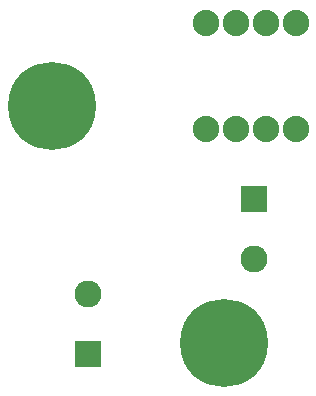
<source format=gts>
G04 MADE WITH FRITZING*
G04 WWW.FRITZING.ORG*
G04 DOUBLE SIDED*
G04 HOLES PLATED*
G04 CONTOUR ON CENTER OF CONTOUR VECTOR*
%FSLAX26Y26*%
%MOIN*%
%ADD10C,0.088000*%
%ADD11C,0.090000*%
%ADD12C,0.293464*%
%ADD13R,0.090000X0.090000*%
%G04MASK1*%
%FSLAX26Y26*%
%MOIN*%
D10*
X970790Y878177D03*
X870790Y878177D03*
X770790Y878177D03*
X670790Y878177D03*
X970790Y1232510D03*
X870790Y1232510D03*
X770790Y1232510D03*
X670790Y1232510D03*
D11*
X280244Y127000D03*
X280244Y327000D03*
X831422Y645110D03*
X831422Y445110D03*
D12*
X731322Y166790D03*
X157322Y956788D03*
D13*
X280244Y127000D03*
X831422Y645110D03*
G04 End of Mask1*
M02*
</source>
